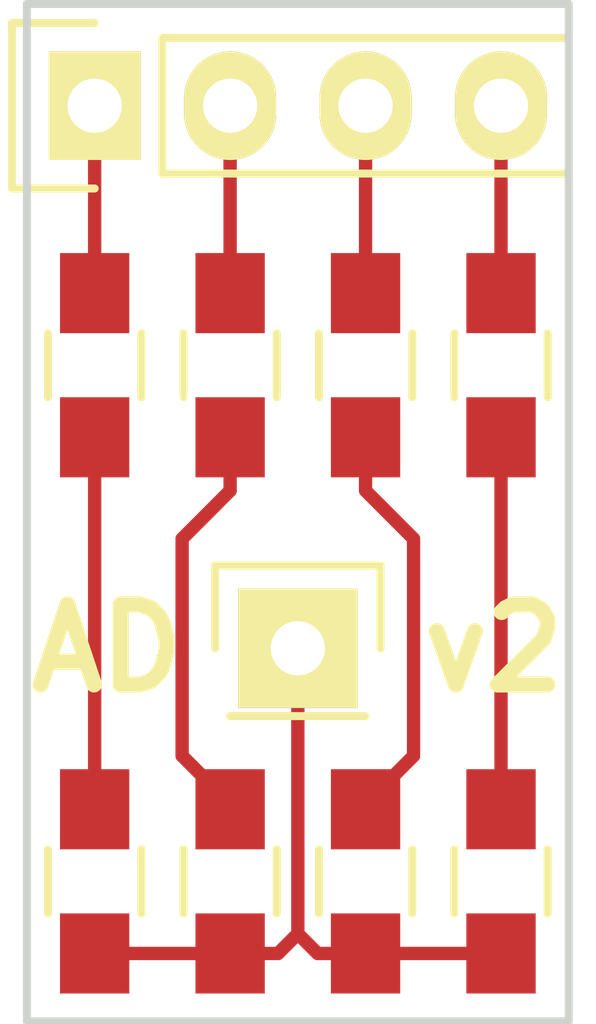
<source format=kicad_pcb>
(kicad_pcb (version 4) (host pcbnew 4.0.0-stable)

  (general
    (links 12)
    (no_connects 0)
    (area 139.285 85.061666 154.205 107.390001)
    (thickness 1.6)
    (drawings 5)
    (tracks 24)
    (zones 0)
    (modules 10)
    (nets 10)
  )

  (page A4)
  (layers
    (0 F.Cu signal)
    (31 B.Cu signal)
    (32 B.Adhes user)
    (33 F.Adhes user)
    (34 B.Paste user)
    (35 F.Paste user)
    (36 B.SilkS user)
    (37 F.SilkS user)
    (38 B.Mask user)
    (39 F.Mask user)
    (40 Dwgs.User user)
    (41 Cmts.User user)
    (42 Eco1.User user)
    (43 Eco2.User user)
    (44 Edge.Cuts user)
    (45 Margin user)
    (46 B.CrtYd user)
    (47 F.CrtYd user)
    (48 B.Fab user)
    (49 F.Fab user)
  )

  (setup
    (last_trace_width 0.25)
    (trace_clearance 0.2)
    (zone_clearance 0.508)
    (zone_45_only no)
    (trace_min 0.2)
    (segment_width 0.2)
    (edge_width 0.15)
    (via_size 0.6)
    (via_drill 0.4)
    (via_min_size 0.4)
    (via_min_drill 0.3)
    (uvia_size 0.3)
    (uvia_drill 0.1)
    (uvias_allowed no)
    (uvia_min_size 0.2)
    (uvia_min_drill 0.1)
    (pcb_text_width 0.3)
    (pcb_text_size 1.5 1.5)
    (mod_edge_width 0.15)
    (mod_text_size 1 1)
    (mod_text_width 0.15)
    (pad_size 1.524 1.524)
    (pad_drill 0.762)
    (pad_to_mask_clearance 0.2)
    (aux_axis_origin 0 0)
    (visible_elements FFFFFF7F)
    (pcbplotparams
      (layerselection 0x010f8_80000001)
      (usegerberextensions true)
      (excludeedgelayer true)
      (linewidth 0.100000)
      (plotframeref false)
      (viasonmask false)
      (mode 1)
      (useauxorigin false)
      (hpglpennumber 1)
      (hpglpenspeed 20)
      (hpglpendiameter 15)
      (hpglpenoverlay 2)
      (psnegative false)
      (psa4output false)
      (plotreference true)
      (plotvalue false)
      (plotinvisibletext false)
      (padsonsilk false)
      (subtractmaskfromsilk false)
      (outputformat 1)
      (mirror false)
      (drillshape 0)
      (scaleselection 1)
      (outputdirectory gerber/))
  )

  (net 0 "")
  (net 1 "Net-(D1-Pad1)")
  (net 2 "Net-(D1-Pad2)")
  (net 3 "Net-(D2-Pad1)")
  (net 4 "Net-(D2-Pad2)")
  (net 5 "Net-(D3-Pad1)")
  (net 6 "Net-(D3-Pad2)")
  (net 7 "Net-(D4-Pad1)")
  (net 8 "Net-(D4-Pad2)")
  (net 9 GND)

  (net_class Default "This is the default net class."
    (clearance 0.2)
    (trace_width 0.25)
    (via_dia 0.6)
    (via_drill 0.4)
    (uvia_dia 0.3)
    (uvia_drill 0.1)
    (add_net GND)
    (add_net "Net-(D1-Pad1)")
    (add_net "Net-(D1-Pad2)")
    (add_net "Net-(D2-Pad1)")
    (add_net "Net-(D2-Pad2)")
    (add_net "Net-(D3-Pad1)")
    (add_net "Net-(D3-Pad2)")
    (add_net "Net-(D4-Pad1)")
    (add_net "Net-(D4-Pad2)")
  )

  (module Pin_Headers:Pin_Header_Straight_1x04 (layer F.Cu) (tedit 569D5C23) (tstamp 5683367B)
    (at 143.51 90.17 90)
    (descr "Through hole pin header")
    (tags "pin header")
    (path /56832F7A)
    (fp_text reference P1 (at 0 -2.54 90) (layer F.SilkS) hide
      (effects (font (size 1 1) (thickness 0.15)))
    )
    (fp_text value CONN_01X04 (at 0 -3.1 90) (layer F.Fab) hide
      (effects (font (size 1 1) (thickness 0.15)))
    )
    (fp_line (start -1.75 -1.75) (end -1.75 9.4) (layer F.CrtYd) (width 0.05))
    (fp_line (start 1.75 -1.75) (end 1.75 9.4) (layer F.CrtYd) (width 0.05))
    (fp_line (start -1.75 -1.75) (end 1.75 -1.75) (layer F.CrtYd) (width 0.05))
    (fp_line (start -1.75 9.4) (end 1.75 9.4) (layer F.CrtYd) (width 0.05))
    (fp_line (start -1.27 1.27) (end -1.27 8.89) (layer F.SilkS) (width 0.15))
    (fp_line (start 1.27 1.27) (end 1.27 8.89) (layer F.SilkS) (width 0.15))
    (fp_line (start 1.55 -1.55) (end 1.55 0) (layer F.SilkS) (width 0.15))
    (fp_line (start -1.27 8.89) (end 1.27 8.89) (layer F.SilkS) (width 0.15))
    (fp_line (start 1.27 1.27) (end -1.27 1.27) (layer F.SilkS) (width 0.15))
    (fp_line (start -1.55 0) (end -1.55 -1.55) (layer F.SilkS) (width 0.15))
    (fp_line (start -1.55 -1.55) (end 1.55 -1.55) (layer F.SilkS) (width 0.15))
    (pad 1 thru_hole rect (at 0 0 90) (size 2.032 1.7272) (drill 1.016) (layers *.Cu *.Mask F.SilkS)
      (net 2 "Net-(D1-Pad2)"))
    (pad 2 thru_hole oval (at 0 2.54 90) (size 2.032 1.7272) (drill 1.016) (layers *.Cu *.Mask F.SilkS)
      (net 4 "Net-(D2-Pad2)"))
    (pad 3 thru_hole oval (at 0 5.08 90) (size 2.032 1.7272) (drill 1.016) (layers *.Cu *.Mask F.SilkS)
      (net 6 "Net-(D3-Pad2)"))
    (pad 4 thru_hole oval (at 0 7.62 90) (size 2.032 1.7272) (drill 1.016) (layers *.Cu *.Mask F.SilkS)
      (net 8 "Net-(D4-Pad2)"))
    (model Pin_Headers.3dshapes/Pin_Header_Straight_1x04.wrl
      (at (xyz 0 -0.15 0))
      (scale (xyz 1 1 1))
      (rotate (xyz 0 0 90))
    )
  )

  (module Pin_Headers:Pin_Header_Straight_1x01 (layer F.Cu) (tedit 569D5C36) (tstamp 56833680)
    (at 147.32 100.33)
    (descr "Through hole pin header")
    (tags "pin header")
    (path /5683305D)
    (fp_text reference P2 (at 0 -5.1) (layer F.SilkS) hide
      (effects (font (size 1 1) (thickness 0.15)))
    )
    (fp_text value CONN_01X01 (at 0 -3.1) (layer F.Fab) hide
      (effects (font (size 1 1) (thickness 0.15)))
    )
    (fp_line (start 1.55 -1.55) (end 1.55 0) (layer F.SilkS) (width 0.15))
    (fp_line (start -1.75 -1.75) (end -1.75 1.75) (layer F.CrtYd) (width 0.05))
    (fp_line (start 1.75 -1.75) (end 1.75 1.75) (layer F.CrtYd) (width 0.05))
    (fp_line (start -1.75 -1.75) (end 1.75 -1.75) (layer F.CrtYd) (width 0.05))
    (fp_line (start -1.75 1.75) (end 1.75 1.75) (layer F.CrtYd) (width 0.05))
    (fp_line (start -1.55 0) (end -1.55 -1.55) (layer F.SilkS) (width 0.15))
    (fp_line (start -1.55 -1.55) (end 1.55 -1.55) (layer F.SilkS) (width 0.15))
    (fp_line (start -1.27 1.27) (end 1.27 1.27) (layer F.SilkS) (width 0.15))
    (pad 1 thru_hole rect (at 0 0) (size 2.2352 2.2352) (drill 1.016) (layers *.Cu *.Mask F.SilkS)
      (net 9 GND))
    (model Pin_Headers.3dshapes/Pin_Header_Straight_1x01.wrl
      (at (xyz 0 0 0))
      (scale (xyz 1 1 1))
      (rotate (xyz 0 0 90))
    )
  )

  (module Resistors_SMD:R_0805_HandSoldering (layer F.Cu) (tedit 569D5C44) (tstamp 569D3BDD)
    (at 146.05 104.695 270)
    (descr "Resistor SMD 0805, hand soldering")
    (tags "resistor 0805")
    (path /56832DAF)
    (attr smd)
    (fp_text reference R2 (at 0 -2.1 270) (layer F.SilkS) hide
      (effects (font (size 1 1) (thickness 0.15)))
    )
    (fp_text value 220 (at 0 2.1 270) (layer F.Fab)
      (effects (font (size 1 1) (thickness 0.15)))
    )
    (fp_line (start -2.4 -1) (end 2.4 -1) (layer F.CrtYd) (width 0.05))
    (fp_line (start -2.4 1) (end 2.4 1) (layer F.CrtYd) (width 0.05))
    (fp_line (start -2.4 -1) (end -2.4 1) (layer F.CrtYd) (width 0.05))
    (fp_line (start 2.4 -1) (end 2.4 1) (layer F.CrtYd) (width 0.05))
    (fp_line (start 0.6 0.875) (end -0.6 0.875) (layer F.SilkS) (width 0.15))
    (fp_line (start -0.6 -0.875) (end 0.6 -0.875) (layer F.SilkS) (width 0.15))
    (pad 1 smd rect (at -1.35 0 270) (size 1.5 1.3) (layers F.Cu F.Paste F.Mask)
      (net 3 "Net-(D2-Pad1)"))
    (pad 2 smd rect (at 1.35 0 270) (size 1.5 1.3) (layers F.Cu F.Paste F.Mask)
      (net 9 GND))
    (model Resistors_SMD.3dshapes/R_0805_HandSoldering.wrl
      (at (xyz 0 0 0))
      (scale (xyz 1 1 1))
      (rotate (xyz 0 0 0))
    )
  )

  (module Resistors_SMD:R_0805_HandSoldering (layer F.Cu) (tedit 569D5C41) (tstamp 569D3BE2)
    (at 148.59 104.695 270)
    (descr "Resistor SMD 0805, hand soldering")
    (tags "resistor 0805")
    (path /56832DC7)
    (attr smd)
    (fp_text reference R3 (at 0 -2.1 270) (layer F.SilkS) hide
      (effects (font (size 1 1) (thickness 0.15)))
    )
    (fp_text value 220 (at 0 2.1 270) (layer F.Fab)
      (effects (font (size 1 1) (thickness 0.15)))
    )
    (fp_line (start -2.4 -1) (end 2.4 -1) (layer F.CrtYd) (width 0.05))
    (fp_line (start -2.4 1) (end 2.4 1) (layer F.CrtYd) (width 0.05))
    (fp_line (start -2.4 -1) (end -2.4 1) (layer F.CrtYd) (width 0.05))
    (fp_line (start 2.4 -1) (end 2.4 1) (layer F.CrtYd) (width 0.05))
    (fp_line (start 0.6 0.875) (end -0.6 0.875) (layer F.SilkS) (width 0.15))
    (fp_line (start -0.6 -0.875) (end 0.6 -0.875) (layer F.SilkS) (width 0.15))
    (pad 1 smd rect (at -1.35 0 270) (size 1.5 1.3) (layers F.Cu F.Paste F.Mask)
      (net 5 "Net-(D3-Pad1)"))
    (pad 2 smd rect (at 1.35 0 270) (size 1.5 1.3) (layers F.Cu F.Paste F.Mask)
      (net 9 GND))
    (model Resistors_SMD.3dshapes/R_0805_HandSoldering.wrl
      (at (xyz 0 0 0))
      (scale (xyz 1 1 1))
      (rotate (xyz 0 0 0))
    )
  )

  (module Resistors_SMD:R_0805_HandSoldering (layer F.Cu) (tedit 569D5C00) (tstamp 569D3BE7)
    (at 151.13 104.695 270)
    (descr "Resistor SMD 0805, hand soldering")
    (tags "resistor 0805")
    (path /56832DE4)
    (attr smd)
    (fp_text reference R4 (at 0 -2.1 270) (layer F.SilkS) hide
      (effects (font (size 1 1) (thickness 0.15)))
    )
    (fp_text value 220 (at 0 2.1 270) (layer F.Fab)
      (effects (font (size 1 1) (thickness 0.15)))
    )
    (fp_line (start -2.4 -1) (end 2.4 -1) (layer F.CrtYd) (width 0.05))
    (fp_line (start -2.4 1) (end 2.4 1) (layer F.CrtYd) (width 0.05))
    (fp_line (start -2.4 -1) (end -2.4 1) (layer F.CrtYd) (width 0.05))
    (fp_line (start 2.4 -1) (end 2.4 1) (layer F.CrtYd) (width 0.05))
    (fp_line (start 0.6 0.875) (end -0.6 0.875) (layer F.SilkS) (width 0.15))
    (fp_line (start -0.6 -0.875) (end 0.6 -0.875) (layer F.SilkS) (width 0.15))
    (pad 1 smd rect (at -1.35 0 270) (size 1.5 1.3) (layers F.Cu F.Paste F.Mask)
      (net 7 "Net-(D4-Pad1)"))
    (pad 2 smd rect (at 1.35 0 270) (size 1.5 1.3) (layers F.Cu F.Paste F.Mask)
      (net 9 GND))
    (model Resistors_SMD.3dshapes/R_0805_HandSoldering.wrl
      (at (xyz 0 0 0))
      (scale (xyz 1 1 1))
      (rotate (xyz 0 0 0))
    )
  )

  (module Resistors_SMD:R_0805_HandSoldering (layer F.Cu) (tedit 569D5C47) (tstamp 569D3C19)
    (at 143.51 104.695 270)
    (descr "Resistor SMD 0805, hand soldering")
    (tags "resistor 0805")
    (path /56832BD7)
    (attr smd)
    (fp_text reference R1 (at 0 -2.1 270) (layer F.SilkS) hide
      (effects (font (size 1 1) (thickness 0.15)))
    )
    (fp_text value 220 (at 0 2.1 270) (layer F.Fab) hide
      (effects (font (size 1 1) (thickness 0.15)))
    )
    (fp_line (start -2.4 -1) (end 2.4 -1) (layer F.CrtYd) (width 0.05))
    (fp_line (start -2.4 1) (end 2.4 1) (layer F.CrtYd) (width 0.05))
    (fp_line (start -2.4 -1) (end -2.4 1) (layer F.CrtYd) (width 0.05))
    (fp_line (start 2.4 -1) (end 2.4 1) (layer F.CrtYd) (width 0.05))
    (fp_line (start 0.6 0.875) (end -0.6 0.875) (layer F.SilkS) (width 0.15))
    (fp_line (start -0.6 -0.875) (end 0.6 -0.875) (layer F.SilkS) (width 0.15))
    (pad 1 smd rect (at -1.35 0 270) (size 1.5 1.3) (layers F.Cu F.Paste F.Mask)
      (net 1 "Net-(D1-Pad1)"))
    (pad 2 smd rect (at 1.35 0 270) (size 1.5 1.3) (layers F.Cu F.Paste F.Mask)
      (net 9 GND))
    (model Resistors_SMD.3dshapes/R_0805_HandSoldering.wrl
      (at (xyz 0 0 0))
      (scale (xyz 1 1 1))
      (rotate (xyz 0 0 0))
    )
  )

  (module Resistors_SMD:R_0805_HandSoldering (layer F.Cu) (tedit 569D5C06) (tstamp 569D4910)
    (at 143.51 95.02902 90)
    (descr "Resistor SMD 0805, hand soldering")
    (tags "resistor 0805")
    (path /56832E3C)
    (attr smd)
    (fp_text reference D1 (at 0 -2.1 90) (layer F.SilkS) hide
      (effects (font (size 1 1) (thickness 0.15)))
    )
    (fp_text value LED (at 0 2.1 90) (layer F.Fab)
      (effects (font (size 1 1) (thickness 0.15)))
    )
    (fp_line (start -2.4 -1) (end 2.4 -1) (layer F.CrtYd) (width 0.05))
    (fp_line (start -2.4 1) (end 2.4 1) (layer F.CrtYd) (width 0.05))
    (fp_line (start -2.4 -1) (end -2.4 1) (layer F.CrtYd) (width 0.05))
    (fp_line (start 2.4 -1) (end 2.4 1) (layer F.CrtYd) (width 0.05))
    (fp_line (start 0.6 0.875) (end -0.6 0.875) (layer F.SilkS) (width 0.15))
    (fp_line (start -0.6 -0.875) (end 0.6 -0.875) (layer F.SilkS) (width 0.15))
    (pad 1 smd rect (at -1.35 0 90) (size 1.5 1.3) (layers F.Cu F.Paste F.Mask)
      (net 1 "Net-(D1-Pad1)"))
    (pad 2 smd rect (at 1.35 0 90) (size 1.5 1.3) (layers F.Cu F.Paste F.Mask)
      (net 2 "Net-(D1-Pad2)"))
    (model Resistors_SMD.3dshapes/R_0805_HandSoldering.wrl
      (at (xyz 0 0 0))
      (scale (xyz 1 1 1))
      (rotate (xyz 0 0 0))
    )
  )

  (module Resistors_SMD:R_0805_HandSoldering (layer F.Cu) (tedit 569D5C3B) (tstamp 569D4915)
    (at 146.05 95.02902 90)
    (descr "Resistor SMD 0805, hand soldering")
    (tags "resistor 0805")
    (path /56832E7F)
    (attr smd)
    (fp_text reference D2 (at 0 -2.1 90) (layer F.SilkS) hide
      (effects (font (size 1 1) (thickness 0.15)))
    )
    (fp_text value LED (at 0 2.1 90) (layer F.Fab)
      (effects (font (size 1 1) (thickness 0.15)))
    )
    (fp_line (start -2.4 -1) (end 2.4 -1) (layer F.CrtYd) (width 0.05))
    (fp_line (start -2.4 1) (end 2.4 1) (layer F.CrtYd) (width 0.05))
    (fp_line (start -2.4 -1) (end -2.4 1) (layer F.CrtYd) (width 0.05))
    (fp_line (start 2.4 -1) (end 2.4 1) (layer F.CrtYd) (width 0.05))
    (fp_line (start 0.6 0.875) (end -0.6 0.875) (layer F.SilkS) (width 0.15))
    (fp_line (start -0.6 -0.875) (end 0.6 -0.875) (layer F.SilkS) (width 0.15))
    (pad 1 smd rect (at -1.35 0 90) (size 1.5 1.3) (layers F.Cu F.Paste F.Mask)
      (net 3 "Net-(D2-Pad1)"))
    (pad 2 smd rect (at 1.35 0 90) (size 1.5 1.3) (layers F.Cu F.Paste F.Mask)
      (net 4 "Net-(D2-Pad2)"))
    (model Resistors_SMD.3dshapes/R_0805_HandSoldering.wrl
      (at (xyz 0 0 0))
      (scale (xyz 1 1 1))
      (rotate (xyz 0 0 0))
    )
  )

  (module Resistors_SMD:R_0805_HandSoldering (layer F.Cu) (tedit 569D5C31) (tstamp 569D491A)
    (at 148.59 95.02902 90)
    (descr "Resistor SMD 0805, hand soldering")
    (tags "resistor 0805")
    (path /56832EA8)
    (attr smd)
    (fp_text reference D3 (at 0 -2.1 90) (layer F.SilkS) hide
      (effects (font (size 1 1) (thickness 0.15)))
    )
    (fp_text value LED (at 0 2.1 90) (layer F.Fab)
      (effects (font (size 1 1) (thickness 0.15)))
    )
    (fp_line (start -2.4 -1) (end 2.4 -1) (layer F.CrtYd) (width 0.05))
    (fp_line (start -2.4 1) (end 2.4 1) (layer F.CrtYd) (width 0.05))
    (fp_line (start -2.4 -1) (end -2.4 1) (layer F.CrtYd) (width 0.05))
    (fp_line (start 2.4 -1) (end 2.4 1) (layer F.CrtYd) (width 0.05))
    (fp_line (start 0.6 0.875) (end -0.6 0.875) (layer F.SilkS) (width 0.15))
    (fp_line (start -0.6 -0.875) (end 0.6 -0.875) (layer F.SilkS) (width 0.15))
    (pad 1 smd rect (at -1.35 0 90) (size 1.5 1.3) (layers F.Cu F.Paste F.Mask)
      (net 5 "Net-(D3-Pad1)"))
    (pad 2 smd rect (at 1.35 0 90) (size 1.5 1.3) (layers F.Cu F.Paste F.Mask)
      (net 6 "Net-(D3-Pad2)"))
    (model Resistors_SMD.3dshapes/R_0805_HandSoldering.wrl
      (at (xyz 0 0 0))
      (scale (xyz 1 1 1))
      (rotate (xyz 0 0 0))
    )
  )

  (module Resistors_SMD:R_0805_HandSoldering (layer F.Cu) (tedit 569D5C2D) (tstamp 569D491F)
    (at 151.13 95.02902 90)
    (descr "Resistor SMD 0805, hand soldering")
    (tags "resistor 0805")
    (path /56832ED1)
    (attr smd)
    (fp_text reference D4 (at 0 -2.1 90) (layer F.SilkS) hide
      (effects (font (size 1 1) (thickness 0.15)))
    )
    (fp_text value LED (at 0 2.1 90) (layer F.Fab) hide
      (effects (font (size 1 1) (thickness 0.15)))
    )
    (fp_line (start -2.4 -1) (end 2.4 -1) (layer F.CrtYd) (width 0.05))
    (fp_line (start -2.4 1) (end 2.4 1) (layer F.CrtYd) (width 0.05))
    (fp_line (start -2.4 -1) (end -2.4 1) (layer F.CrtYd) (width 0.05))
    (fp_line (start 2.4 -1) (end 2.4 1) (layer F.CrtYd) (width 0.05))
    (fp_line (start 0.6 0.875) (end -0.6 0.875) (layer F.SilkS) (width 0.15))
    (fp_line (start -0.6 -0.875) (end 0.6 -0.875) (layer F.SilkS) (width 0.15))
    (pad 1 smd rect (at -1.35 0 90) (size 1.5 1.3) (layers F.Cu F.Paste F.Mask)
      (net 7 "Net-(D4-Pad1)"))
    (pad 2 smd rect (at 1.35 0 90) (size 1.5 1.3) (layers F.Cu F.Paste F.Mask)
      (net 8 "Net-(D4-Pad2)"))
    (model Resistors_SMD.3dshapes/R_0805_HandSoldering.wrl
      (at (xyz 0 0 0))
      (scale (xyz 1 1 1))
      (rotate (xyz 0 0 0))
    )
  )

  (gr_text "AD    v2" (at 147.32 100.33) (layer F.SilkS)
    (effects (font (size 1.5 1.5) (thickness 0.3)))
  )
  (gr_line (start 142.24 107.315) (end 142.24 88.265) (angle 90) (layer Edge.Cuts) (width 0.15))
  (gr_line (start 152.4 107.315) (end 142.24 107.315) (angle 90) (layer Edge.Cuts) (width 0.15))
  (gr_line (start 152.4 88.265) (end 152.4 107.315) (angle 90) (layer Edge.Cuts) (width 0.15))
  (gr_line (start 142.24 88.265) (end 152.4 88.265) (angle 90) (layer Edge.Cuts) (width 0.15))

  (segment (start 143.51 96.37902) (end 143.51 103.345) (width 0.25) (layer F.Cu) (net 1))
  (segment (start 143.51 93.98) (end 143.51 90.17) (width 0.25) (layer F.Cu) (net 2) (status 30))
  (segment (start 146.05 96.37902) (end 146.05 97.37902) (width 0.25) (layer F.Cu) (net 3))
  (segment (start 146.05 97.37902) (end 145.15 98.27902) (width 0.25) (layer F.Cu) (net 3))
  (segment (start 145.15 98.27902) (end 145.15 102.345) (width 0.25) (layer F.Cu) (net 3))
  (segment (start 145.15 102.345) (end 146.05 103.245) (width 0.25) (layer F.Cu) (net 3))
  (segment (start 146.05 103.245) (end 146.05 103.345) (width 0.25) (layer F.Cu) (net 3))
  (segment (start 146.05 96.52) (end 146.05 96.07804) (width 0.25) (layer F.Cu) (net 3) (status 30))
  (segment (start 146.05 90.17) (end 146.05 93.98) (width 0.25) (layer F.Cu) (net 4) (status 30))
  (segment (start 148.59 96.37902) (end 148.59 97.37902) (width 0.25) (layer F.Cu) (net 5))
  (segment (start 148.59 97.37902) (end 149.49 98.27902) (width 0.25) (layer F.Cu) (net 5))
  (segment (start 149.49 98.27902) (end 149.49 102.345) (width 0.25) (layer F.Cu) (net 5))
  (segment (start 149.49 102.345) (end 148.59 103.245) (width 0.25) (layer F.Cu) (net 5))
  (segment (start 148.59 103.245) (end 148.59 103.345) (width 0.25) (layer F.Cu) (net 5))
  (segment (start 148.59 93.98) (end 148.59 90.17) (width 0.25) (layer F.Cu) (net 6) (status 30))
  (segment (start 151.13 96.37902) (end 151.13 103.345) (width 0.25) (layer F.Cu) (net 7))
  (segment (start 151.13 93.98) (end 151.13 90.17) (width 0.25) (layer F.Cu) (net 8) (status 30))
  (segment (start 148.59 106.045) (end 151.13 106.045) (width 0.25) (layer F.Cu) (net 9))
  (segment (start 146.05 106.045) (end 143.51 106.045) (width 0.25) (layer F.Cu) (net 9))
  (segment (start 146.05 106.045) (end 146.95 106.045) (width 0.25) (layer F.Cu) (net 9))
  (segment (start 146.95 106.045) (end 147.32 105.675) (width 0.25) (layer F.Cu) (net 9))
  (segment (start 147.32 100.33) (end 147.32 105.675) (width 0.25) (layer F.Cu) (net 9))
  (segment (start 147.32 105.675) (end 147.69 106.045) (width 0.25) (layer F.Cu) (net 9))
  (segment (start 147.69 106.045) (end 148.59 106.045) (width 0.25) (layer F.Cu) (net 9))

)

</source>
